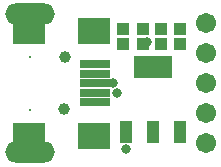
<source format=gbs>
G04*
G04 #@! TF.GenerationSoftware,Altium Limited,Altium Designer,20.0.13 (296)*
G04*
G04 Layer_Color=16711935*
%FSLAX44Y44*%
%MOMM*%
G71*
G01*
G75*
%ADD31C,1.7032*%
%ADD32O,4.2032X1.8032*%
%ADD33C,0.2032*%
%ADD34C,1.0032*%
%ADD35C,0.8032*%
%ADD46R,3.2032X1.9032*%
%ADD47R,1.0432X1.9032*%
%ADD48R,2.5032X0.7032*%
%ADD49R,2.7032X2.2032*%
%ADD50R,1.1032X1.0032*%
D31*
X1103630Y693420D02*
D03*
Y642620D02*
D03*
Y617220D02*
D03*
Y668020D02*
D03*
Y718820D02*
D03*
D32*
X955040Y609160D02*
D03*
Y726160D02*
D03*
D33*
Y645160D02*
D03*
Y690160D02*
D03*
D34*
X984150Y645620D02*
D03*
X984220Y689610D02*
D03*
D35*
X1036180Y612140D02*
D03*
X1054043Y702408D02*
D03*
X1025242Y667603D02*
D03*
X1029004Y659563D02*
D03*
D46*
X1059180Y681610D02*
D03*
D47*
X1036180Y626110D02*
D03*
X1082180D02*
D03*
X1059180D02*
D03*
D48*
X1010250Y651620D02*
D03*
Y659620D02*
D03*
Y683620D02*
D03*
Y675620D02*
D03*
Y667620D02*
D03*
D49*
X1009250Y712120D02*
D03*
X954250D02*
D03*
X1009250Y623120D02*
D03*
X954250D02*
D03*
D50*
X1082042Y713890D02*
D03*
Y700890D02*
D03*
X1065532Y713890D02*
D03*
Y700890D02*
D03*
X1050292Y713890D02*
D03*
Y700890D02*
D03*
X1033782Y713890D02*
D03*
Y700890D02*
D03*
M02*

</source>
